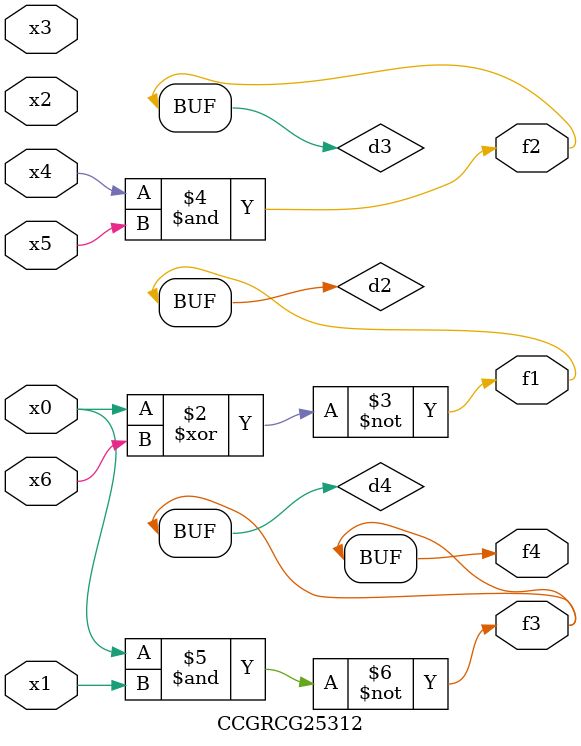
<source format=v>
module CCGRCG25312(
	input x0, x1, x2, x3, x4, x5, x6,
	output f1, f2, f3, f4
);

	wire d1, d2, d3, d4;

	nor (d1, x0);
	xnor (d2, x0, x6);
	and (d3, x4, x5);
	nand (d4, x0, x1);
	assign f1 = d2;
	assign f2 = d3;
	assign f3 = d4;
	assign f4 = d4;
endmodule

</source>
